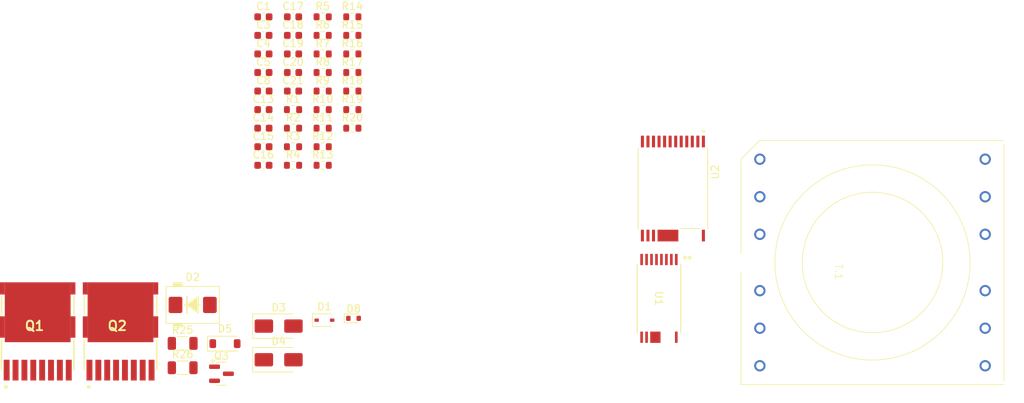
<source format=kicad_pcb>
(kicad_pcb (version 20240108) (generator "pcbnew") (generator_version "8.0")
  (layers (0 "F.Cu" signal) (31 "B.Cu" signal) (34 "B.Paste" user) (35 "F.Paste" user) (36 "B.SilkS" user "B.Silkscreen") (37 "F.SilkS" user "F.Silkscreen") (38 "B.Mask" user) (39 "F.Mask" user) (44 "Edge.Cuts" user))
  (net 0 "")
  (net 1 "Net-(C1-Pad1)")
  (net 2 "HV_DC+")
  (net 3 "Net-(C3-Pad2)")
  (net 4 "HV_GND")
  (net 5 "Net-(U1-D)")
  (net 6 "Net-(Q2-D)")
  (net 7 "Net-(D1-K)")
  (net 8 "GND")
  (net 9 "VBUS_IN")
  (net 10 "Net-(D4-K)")
  (net 11 "Net-(C18-Pad2)")
  (net 12 "Net-(C19-Pad2)")
  (net 13 "Net-(D5-A)")
  (net 14 "Net-(C21-Pad1)")
  (net 15 "Net-(D1-A)")
  (net 16 "Net-(D2-K)")
  (net 17 "Net-(D2-A)")
  (net 18 "Net-(D3-K)")
  (net 19 "Net-(D3-A)")
  (net 20 "Net-(D4-A)")
  (net 21 "Net-(D5-K)")
  (net 22 "Net-(D8-K)")
  (net 23 "Net-(Q1-G)")
  (net 24 "Net-(Q3-B)")
  (net 25 "Net-(Q3-E)")
  (net 26 "Net-(R2-Pad2)")
  (net 27 "Net-(U1-VTOP)")
  (net 28 "Net-(R12-Pad2)")
  (net 29 "Net-(R13-+)")
  (net 30 "Net-(R14-Pad2)")
  (net 31 "Net-(R17-Pad2)")
  (net 32 "CC1")
  (net 33 "Net-(R18-Pad2)")
  (net 34 "CC2")
  (net 35 "VBUS_GND")
  (net 36 "Net-(U1-VBOT)")
  (net 37 "Net-(T.1-Pad2)")
  (net 38 "Net-(U1-L)")
  (footprint "Diode_SMD:D_SOD-123" (layer "F.Cu") (at 80.4125 94.475)
    (property "Reference" "D5" (at 0 -2 0) (layer "F.SilkS"))
    (property "Value" "MMSZ5263")
    (fp_line (start -2.36 -1) (end -2.36 1) (stroke (width 0.12)) (layer "F.SilkS"))
    (fp_line (start -2.36 -1) (end 1.65 -1) (stroke (width 0.12)) (layer "F.SilkS"))
    (fp_line (start -2.36 1) (end 1.65 1) (stroke (width 0.12)) (layer "F.SilkS"))
    (pad "1" smd roundrect (at -1.65 0) (size 0.9 1.2) (layers "F.Cu" "F.Paste" "F.Mask") (net 21 "Net-(D5-K)"))
    (pad "2" smd roundrect (at 1.65 0) (size 0.9 1.2) (layers "F.Cu" "F.Paste" "F.Mask") (net 13 "Net-(D5-A)"))
  )
  (footprint "Resistor_SMD:R_0603_1608Metric" (layer "F.Cu") (at 97.6375 50.275)
    (property "Reference" "R14" (at 0 -1.43 0) (layer "F.SilkS"))
    (property "Value" "0R")
    (fp_line (start -0.237258 -0.5225) (end 0.237258 -0.5225) (stroke (width 0.12)) (layer "F.SilkS"))
    (fp_line (start -0.237258 0.5225) (end 0.237258 0.5225) (stroke (width 0.12)) (layer "F.SilkS"))
    (pad "1" smd roundrect (at -0.825 0) (size 0.8 0.95) (layers "F.Cu" "F.Paste" "F.Mask") (net 29 "Net-(R13-+)"))
    (pad "2" smd roundrect (at 0.825 0) (size 0.8 0.95) (layers "F.Cu" "F.Paste" "F.Mask") (net 30 "Net-(R14-Pad2)"))
  )
  (footprint "Resistor_SMD:R_0603_1608Metric" (layer "F.Cu") (at 93.6275 70.355)
    (property "Reference" "R13" (at 0 -1.43 0) (layer "F.SilkS"))
    (property "Value" "NCU18WF104F60RB")
    (fp_line (start -0.237258 -0.5225) (end 0.237258 -0.5225) (stroke (width 0.12)) (layer "F.SilkS"))
    (fp_line (start -0.237258 0.5225) (end 0.237258 0.5225) (stroke (width 0.12)) (layer "F.SilkS"))
    (pad "1" smd roundrect (at -0.825 0) (size 0.8 0.95) (layers "F.Cu" "F.Paste" "F.Mask") (net 29 "Net-(R13-+)"))
    (pad "2" smd roundrect (at 0.825 0) (size 0.8 0.95) (layers "F.Cu" "F.Paste" "F.Mask") (net 8 "GND"))
  )
  (footprint "Capacitor_SMD:C_0603_1608Metric" (layer "F.Cu") (at 85.6075 62.825)
    (property "Reference" "C13" (at 0 -1.43 0) (layer "F.SilkS"))
    (property "Value" "330uF")
    (fp_line (start -0.14058 -0.51) (end 0.14058 -0.51) (stroke (width 0.12)) (layer "F.SilkS"))
    (fp_line (start -0.14058 0.51) (end 0.14058 0.51) (stroke (width 0.12)) (layer "F.SilkS"))
    (pad "1" smd roundrect (at -0.775 0) (size 0.9 0.95) (layers "F.Cu" "F.Paste" "F.Mask") (net 6 "Net-(Q2-D)"))
    (pad "2" smd roundrect (at 0.775 0) (size 0.9 0.95) (layers "F.Cu" "F.Paste" "F.Mask") (net 8 "GND"))
  )
  (footprint "Capacitor_SMD:C_0603_1608Metric" (layer "F.Cu") (at 89.6175 60.315)
    (property "Reference" "C21" (at 0 -1.43 0) (layer "F.SilkS"))
    (property "Value" "4.7uF")
    (fp_line (start -0.14058 -0.51) (end 0.14058 -0.51) (stroke (width 0.12)) (layer "F.SilkS"))
    (fp_line (start -0.14058 0.51) (end 0.14058 0.51) (stroke (width 0.12)) (layer "F.SilkS"))
    (pad "1" smd roundrect (at -0.775 0) (size 0.9 0.95) (layers "F.Cu" "F.Paste" "F.Mask") (net 14 "Net-(C21-Pad1)"))
    (pad "2" smd roundrect (at 0.775 0) (size 0.9 0.95) (layers "F.Cu" "F.Paste" "F.Mask") (net 8 "GND"))
  )
  (footprint "emc_flyback_pcb:MINSOP-16A_PWI" (layer "F.Cu") (at 139.112769 88.353923 -90)
    (property "Reference" "U1" (at 0 0 -90) (layer "F.SilkS"))
    (property "Value" "MIN1072M-TL")
    (fp_line (start -4.6228 2.9337) (end 4.6228 2.9337) (stroke (width 0.1524)) (layer "F.SilkS"))
    (fp_line (start 4.6228 -2.9337) (end -4.6228 -2.9337) (stroke (width 0.1524)) (layer "F.SilkS"))
    (fp_text user "*" (at -5.5118 -3.843599 90) (layer "F.SilkS"))
    (fp_text user "*" (at -5.5118 -3.843599 -90) (layer "F.SilkS"))
    (pad "1" smd rect (at -5.2578 -2.344999 270) (size 1.524 0.3556) (layers "F.Cu" "F.Paste" "F.Mask") (net 36 "Net-(U1-VBOT)"))
    (pad "2" smd rect (at -5.2578 -1.674998 270) (size 1.524 0.3556) (layers "F.Cu" "F.Paste" "F.Mask"))
    (pad "3" smd rect (at -5.2578 -1.004999 270) (size 1.524 0.3556) (layers "F.Cu" "F.Paste" "F.Mask") (net 4 "HV_GND"))
    (pad "4" smd rect (at -5.2578 -0.334998 270) (size 1.524 0.3556) (layers "F.Cu" "F.Paste" "F.Mask") (net 13 "Net-(D5-A)"))
    (pad "5" smd rect (at -5.2578 0.335001 270) (size 1.524 0.3556) (layers "F.Cu" "F.Paste" "F.Mask") (net 38 "Net-(U1-L)"))
    (pad "6" smd rect (at -5.2578 1.005002 270) (size 1.524 0.3556) (layers "F.Cu" "F.Paste" "F.Mask") (net 4 "HV_GND"))
    (pad "7" smd rect (at -5.2578 1.675 270) (size 1.524 0.3556) (layers "F.Cu" "F.Paste" "F.Mask"))
    (pad "8" smd rect (at -5.2578 2.345002 270) (size 1.524 0.3556) (layers "F.Cu" "F.Paste" "F.Mask") (net 27 "Net-(U1-VTOP)"))
    (pad "9" smd rect (at 5.2578 2.344999 270) (size 1.524 0.3556) (layers "F.Cu" "F.Paste" "F.Mask") (net 4 "HV_GND"))
    (pad "10" smd rect (at 5.2578 1.674998 270) (size 1.524 0.3556) (layers "F.Cu" "F.Paste" "F.Mask") (net 4 "HV_GND"))
    (pad "11" smd rect (at 5.2578 0.484099 270) (size 1.524 1.397) (layers "F.Cu" "F.Paste" "F.Mask") (net 4 "HV_GND"))
    (pad "16" smd rect (at 5.2578 -2.345002 270) (size 1.524 0.3556) (layers "F.Cu" "F.Paste" "F.Mask") (net 5 "Net-(U1-D)"))
  )
  (footprint "Capacitor_SMD:C_0603_1608Metric" (layer "F.Cu") (at 89.6175 57.805)
    (property "Reference" "C20" (at 0 -1.43 0) (layer "F.SilkS"))
    (property "Value" "4.7uF")
    (fp_line (start -0.14058 -0.51) (end 0.14058 -0.51) (stroke (width 0.12)) (layer "F.SilkS"))
    (fp_line (start -0.14058 0.51) (end 0.14058 0.51) (stroke (width 0.12)) (layer "F.SilkS"))
    (pad "1" smd roundrect (at -0.775 0) (size 0.9 0.95) (layers "F.Cu" "F.Paste" "F.Mask") (net 13 "Net-(D5-A)"))
    (pad "2" smd roundrect (at 0.775 0) (size 0.9 0.95) (layers "F.Cu" "F.Paste" "F.Mask") (net 4 "HV_GND"))
  )
  (footprint "Resistor_SMD:R_0603_1608Metric" (layer "F.Cu") (at 93.6275 60.315)
    (property "Reference" "R9" (at 0 -1.43 0) (layer "F.SilkS"))
    (property "Value" "100R")
    (fp_line (start -0.237258 -0.5225) (end 0.237258 -0.5225) (stroke (width 0.12)) (layer "F.SilkS"))
    (fp_line (start -0.237258 0.5225) (end 0.237258 0.5225) (stroke (width 0.12)) (layer "F.SilkS"))
    (pad "1" smd roundrect (at -0.825 0) (size 0.8 0.95) (layers "F.Cu" "F.Paste" "F.Mask") (net 1 "Net-(C1-Pad1)"))
    (pad "2" smd roundrect (at 0.825 0) (size 0.8 0.95) (layers "F.Cu" "F.Paste" "F.Mask") (net 19 "Net-(D3-A)"))
  )
  (footprint "Resistor_SMD:R_0603_1608Metric" (layer "F.Cu") (at 93.6275 52.785)
    (property "Reference" "R6" (at 0 -1.43 0) (layer "F.SilkS"))
    (property "Value" "1.8M")
    (fp_line (start -0.237258 -0.5225) (end 0.237258 -0.5225) (stroke (width 0.12)) (layer "F.SilkS"))
    (fp_line (start -0.237258 0.5225) (end 0.237258 0.5225) (stroke (width 0.12)) (layer "F.SilkS"))
    (pad "1" smd roundrect (at -0.825 0) (size 0.8 0.95) (layers "F.Cu" "F.Paste" "F.Mask") (net 26 "Net-(R2-Pad2)"))
    (pad "2" smd roundrect (at 0.825 0) (size 0.8 0.95) (layers "F.Cu" "F.Paste" "F.Mask") (net 27 "Net-(U1-VTOP)"))
  )
  (footprint "Resistor_SMD:R_0603_1608Metric" (layer "F.Cu") (at 93.6275 62.825)
    (property "Reference" "R10" (at 0 -1.43 0) (layer "F.SilkS"))
    (property "Value" "100K")
    (fp_line (start -0.237258 -0.5225) (end 0.237258 -0.5225) (stroke (width 0.12)) (layer "F.SilkS"))
    (fp_line (start -0.237258 0.5225) (end 0.237258 0.5225) (stroke (width 0.12)) (layer "F.SilkS"))
    (pad "1" smd roundrect (at -0.825 0) (size 0.8 0.95) (layers "F.Cu" "F.Paste" "F.Mask") (net 24 "Net-(Q3-B)"))
    (pad "2" smd roundrect (at 0.825 0) (size 0.8 0.95) (layers "F.Cu" "F.Paste" "F.Mask") (net 10 "Net-(D4-K)"))
  )
  (footprint "Diode_SMD:D_SMA" (layer "F.Cu") (at 87.6725 92.105)
    (property "Reference" "D3" (at 0 -2.5 0) (layer "F.SilkS"))
    (property "Value" "S1G-E3/61T")
    (fp_line (start -3.51 -1.65) (end -3.51 1.65) (stroke (width 0.12)) (layer "F.SilkS"))
    (fp_line (start -3.51 -1.65) (end 2 -1.65) (stroke (width 0.12)) (layer "F.SilkS"))
    (fp_line (start -3.51 1.65) (end 2 1.65) (stroke (width 0.12)) (layer "F.SilkS"))
    (pad "1" smd roundrect (at -2 0) (size 2.5 1.8) (layers "F.Cu" "F.Paste" "F.Mask") (roundrect_rratio 0.1388888889) (net 18 "Net-(D3-K)"))
    (pad "2" smd roundrect (at 2 0) (size 2.5 1.8) (layers "F.Cu" "F.Paste" "F.Mask") (roundrect_rratio 0.1388888889) (net 19 "Net-(D3-A)"))
  )
  (footprint "Capacitor_SMD:C_0603_1608Metric" (layer "F.Cu") (at 89.6175 50.275)
    (property "Reference" "C17" (at 0 -1.43 0) (layer "F.SilkS"))
    (property "Value" "22uF")
    (fp_line (start -0.14058 -0.51) (end 0.14058 -0.51) (stroke (width 0.12)) (layer "F.SilkS"))
    (fp_line (start -0.14058 0.51) (end 0.14058 0.51) (stroke (width 0.12)) (layer "F.SilkS"))
    (pad "1" smd roundrect (at -0.775 0) (size 0.9 0.95) (layers "F.Cu" "F.Paste" "F.Mask") (net 10 "Net-(D4-K)"))
    (pad "2" smd roundrect (at 0.775 0) (size 0.9 0.95) (layers "F.Cu" "F.Paste" "F.Mask") (net 4 "HV_GND"))
  )
  (footprint "Resistor_SMD:R_0603_1608Metric" (layer "F.Cu") (at 89.6175 67.845)
    (property "Reference" "R3" (at 0 -1.43 0) (layer "F.SilkS"))
    (property "Value" "680K")
    (fp_line (start -0.237258 -0.5225) (end 0.237258 -0.5225) (stroke (width 0.12)) (layer "F.SilkS"))
    (fp_line (start -0.237258 0.5225) (end 0.237258 0.5225) (stroke (width 0.12)) (layer "F.SilkS"))
    (pad "1" smd roundrect (at -0.825 0) (size 0.8 0.95) (layers "F.Cu" "F.Paste" "F.Mask") (net 2 "HV_DC+"))
    (pad "2" smd roundrect (at 0.825 0) (size 0.8 0.95) (layers "F.Cu" "F.Paste" "F.Mask") (net 17 "Net-(D2-A)"))
  )
  (footprint "Resistor_SMD:R_0603_1608Metric" (layer "F.Cu") (at 89.6175 70.355)
    (property "Reference" "R4" (at 0 -1.43 0) (layer "F.SilkS"))
    (property "Value" "680K")
    (fp_line (start -0.237258 -0.5225) (end 0.237258 -0.5225) (stroke (width 0.12)) (layer "F.SilkS"))
    (fp_line (start -0.237258 0.5225) (end 0.237258 0.5225) (stroke (width 0.12)) (layer "F.SilkS"))
    (pad "1" smd roundrect (at -0.825 0) (size 0.8 0.95) (layers "F.Cu" "F.Paste" "F.Mask") (net 2 "HV_DC+"))
    (pad "2" smd roundrect (at 0.825 0) (size 0.8 0.95) (layers "F.Cu" "F.Paste" "F.Mask") (net 17 "Net-(D2-A)"))
  )
  (footprint "Resistor_SMD:R_0603_1608Metric" (layer "F.Cu") (at 93.6275 50.275)
    (property "Reference" "R5" (at 0 -1.43 0) (layer "F.SilkS"))
    (property "Value" "20R")
    (fp_line (start -0.237258 -0.5225) (end 0.237258 -0.5225) (stroke (width 0.12)) (layer "F.SilkS"))
    (fp_line (start -0.237258 0.5225) (end 0.237258 0.5225) (stroke (width 0.12)) (layer "F.SilkS"))
    (pad "1" smd roundrect (at -0.825 0) (size 0.8 0.95) (layers "F.Cu" "F.Paste" "F.Mask") (net 15 "Net-(D1-A)"))
    (pad "2" smd roundrect (at 0.825 0) (size 0.8 0.95) (layers "F.Cu" "F.Paste" "F.Mask") (net 15 "Net-(D1-A)"))
  )
  (footprint "Resistor_SMD:R_0603_1608Metric" (layer "F.Cu") (at 89.6175 65.335)
    (property "Reference" "R2" (at 0 -1.43 0) (layer "F.SilkS"))
    (property "Value" "2M")
    (fp_line (start -0.237258 -0.5225) (end 0.237258 -0.5225) (stroke (width 0.12)) (layer "F.SilkS"))
    (fp_line (start -0.237258 0.5225) (end 0.237258 0.5225) (stroke (width 0.12)) (layer "F.SilkS"))
    (pad "1" smd roundrect (at -0.825 0) (size 0.8 0.95) (layers "F.Cu" "F.Paste" "F.Mask") (net 2 "HV_DC+"))
    (pad "2" smd roundrect (at 0.825 0) (size 0.8 0.95) (layers "F.Cu" "F.Paste" "F.Mask") (net 26 "Net-(R2-Pad2)"))
  )
  (footprint "Resistor_SMD:R_0603_1608Metric" (layer "F.Cu") (at 97.6375 65.335)
    (property "Reference" "R20" (at 0 -1.43 0) (layer "F.SilkS"))
    (property "Value" "9mR")
    (fp_line (start -0.237258 -0.5225) (end 0.237258 -0.5225) (stroke (width 0.12)) (layer "F.SilkS"))
    (fp_line (start -0.237258 0.5225) (end 0.237258 0.5225) (stroke (width 0.12)) (layer "F.SilkS"))
    (pad "1" smd roundrect (at -0.825 0) (size 0.8 0.95) (layers "F.Cu" "F.Paste" "F.Mask") (net 35 "VBUS_GND"))
    (pad "2" smd roundrect (at 0.825 0) (size 0.8 0.95) (layers "F.Cu" "F.Paste" "F.Mask") (net 8 "GND"))
  )
  (footprint "Diode_SMD:D_SMA" (layer "F.Cu") (at 87.6725 96.655)
    (property "Reference" "D4" (at 0 -2.5 0) (layer "F.SilkS"))
    (property "Value" "S1G-E3/61T")
    (fp_line (start -3.51 -1.65) (end -3.51 1.65) (stroke (width 0.12)) (layer "F.SilkS"))
    (fp_line (start -3.51 -1.65) (end 2 -1.65) (stroke (width 0.12)) (layer "F.SilkS"))
    (fp_line (start -3.51 1.65) (end 2 1.65) (stroke (width 0.12)) (layer "F.SilkS"))
    (pad "1" smd roundrect (at -2 0) (size 2.5 1.8) (layers "F.Cu" "F.Paste" "F.Mask") (roundrect_rratio 0.1388888889) (net 10 "Net-(D4-K)"))
    (pad "2" smd roundrect (at 2 0) (size 2.5 1.8) (layers "F.Cu" "F.Paste" "F.Mask") (roundrect_rratio 0.1388888889) (net 20 "Net-(D4-A)"))
  )
  (footprint "emc_flyback_pcb:H-PSOF8L-11.68X9.80_1" (layer "F.Cu") (at 66.2825 92.82)
    (property "Reference" "Q2" (at -0.437 -0.744 0) (layer "F.SilkS") (effects (font (size 1.27 1.27) (thickness 0.254))))
    (property "Value" "~" (hide yes))
    (fp_line (start -4.9 -4.7) (end -4.9 -2.35) (stroke (width 0.2)) (layer "F.SilkS"))
    (fp_line (start -4.9 5.19) (end -4.9 1.143) (stroke (width 0.2)) (layer "F.SilkS"))
    (fp_line (start 4.9 -4.7) (end 4.9 -2.35) (stroke (width 0.2)) (layer "F.SilkS"))
    (fp_line (start 4.9 5.19) (end 4.9 1.143) (stroke (width 0.2)) (layer "F.SilkS"))
    (fp_circle (center -4.29 7.509) (end -4.29 7.563) (stroke (width 0.2)) (fill none) (layer "F.SilkS"))
    (pad "1" smd rect (at -4.2 5.24) (size 0.8 2.8) (layers "F.Cu" "F.Paste" "F.Mask") (net 18 "Net-(D3-K)"))
    (pad "2" smd rect (at -3 5.24) (size 0.8 2.8) (layers "F.Cu" "F.Paste" "F.Mask") (net 1 "Net-(C1-Pad1)"))
    (pad "3" smd rect (at -1.8 5.24) (size 0.8 2.8) (layers "F.Cu" "F.Paste" "F.Mask") (net 1 "Net-(C1-Pad1)"))
    (pad "4" smd rect (at -0.6 5.24) (size 0.8 2.8) (layers "F.Cu" "F.Paste" "F.Mask") (net 1 "Net-(C1-Pad1)"))
    (pad "5" smd rect (at 0.6 5.24) (size 0.8 2.8) (layers "F.Cu" "F.Paste" "F.Mask") (net 1 "Net-(C1-Pad1)"))
    (pad "6" smd rect (at 1.8 5.24) (size 0.8 2.8) (layers "F.Cu" "F.Paste" "F.Mask") (net 1 "Net-(C1-Pad1)"))
    (pad "7" smd rect (at 3 5.24) (size 0.8 2.8) (layers "F.Cu" "F.Paste" "F.Mask") (net 1 "Net-(C1-Pad1)"))
    (pad "8" smd rect (at 4.2 5.24) (size 0.8 2.8) (layers "F.Cu" "F.Paste" "F.Mask") (net 1 "Net-(C1-Pad1)"))
    (pad "9" smd rect (at 0 -2.59 90) (size 8.1 8.9) (layers "F.Cu" "F.Paste" "F.Mask") (net 6 "Net-(Q2-D)"))
    (pad "10" smd rect (at -4.775 -5.815) (size 0.65 1.65) (layers "F.Cu" "F.Paste" "F.Mask"))
    (pad "11" smd rect (at 4.775 -5.815) (size 0.65 1.65) (layers "F.Cu" "F.Paste" "F.Mask"))
    (pad "12" smd rect (at -4.775 -0.59) (size 0.65 2.9) (layers "F.Cu" "F.Paste" "F.Mask"))
    (pad "13" smd rect (at 4.775 -0.59) (size 0.65 2.9) (layers "F.Cu" "F.Paste" "F.Mask"))
  )
  (footprint "Resistor_SMD:R_0603_1608Metric" (layer "F.Cu") (at 93.6275 65.335)
    (property "Reference" "R11" (at 0 -1.43 0) (layer "F.SilkS"))
    (property "Value" "47R")
    (fp_line (start -0.237258 -0.5225) (end 0.237258 -0.5225) (stroke (width 0.12)) (layer "F.SilkS"))
    (fp_line (start -0.237258 0.5225) (end 0.237258 0.5225) (stroke (width 0.12)) (layer "F.SilkS"))
    (pad "1" smd roundrect (at -0.825 0) (size 0.8 0.95) (layers "F.Cu" "F.Paste" "F.Mask") (net 21 "Net-(D5-K)"))
    (pad "2" smd roundrect (at 0.825 0) (size 0.8 0.95) (layers "F.Cu" "F.Paste" "F.Mask") (net 10 "Net-(D4-K)"))
  )
  (footprint "Resistor_SMD:R_1206_3216Metric" (layer "F.Cu") (at 74.6875 94.445)
    (property "Reference" "R25" (at 0 -1.82 0) (layer "F.SilkS"))
    (property "Value" "ERJ-8GEYJ395V")
    (fp_line (start -0.727064 -0.91) (end 0.727064 -0.91) (stroke (width 0.12)) (layer "F.SilkS"))
    (fp_line (start -0.727064 0.91) (end 0.727064 0.91) (stroke (width 0.12)) (layer "F.SilkS"))
    (pad "1" smd roundrect (at -1.4625 0) (size 1.125 1.75) (layers "F.Cu" "F.Paste" "F.Mask") (roundrect_rratio 0.222222) (net 5 "Net-(U1-D)"))
    (pad "2" smd roundrect (at 1.4625 0) (size 1.125 1.75) (layers "F.Cu" "F.Paste" "F.Mask") (roundrect_rratio 0.222222) (net 2 "HV_DC+"))
  )
  (footprint "Capacitor_SMD:C_0603_1608Metric" (layer "F.Cu") (at 85.6075 60.315)
    (property "Reference" "C8" (at 0 -1.43 0) (layer "F.SilkS"))
    (property "Value" "1nF")
    (fp_line (start -0.14058 -0.51) (end 0.14058 -0.51) (stroke (width 0.12)) (layer "F.SilkS"))
    (fp_line (start -0.14058 0.51) (end 0.14058 0.51) (stroke (width 0.12)) (layer "F.SilkS"))
    (pad "1" smd roundrect (at -0.775 0) (size 0.9 0.95) (layers "F.Cu" "F.Paste" "F.Mask") (net 7 "Net-(D1-K)"))
    (pad "2" smd roundrect (at 0.775 0) (size 0.9 0.95) (layers "F.Cu" "F.Paste" "F.Mask") (net 6 "Net-(Q2-D)"))
  )
  (footprint "Resistor_SMD:R_0603_1608Metric" (layer "F.Cu") (at 93.6275 57.805)
    (property "Reference" "R8" (at 0 -1.43 0) (layer "F.SilkS"))
    (property "Value" "20R")
    (fp_line (start -0.237258 -0.5225) (end 0.237258 -0.5225) (stroke (width 0.12)) (layer "F.SilkS"))
    (fp_line (start -0.237258 0.5225) (end 0.237258 0.5225) (stroke (width 0.12)) (layer "F.SilkS"))
    (pad "1" smd roundrect (at -0.825 0) (size 0.8 0.95) (layers "F.Cu" "F.Paste" "F.Mask") (net 16 "Net-(D2-K)"))
    (pad "2" smd roundrect (at 0.825 0) (size 0.8 0.95) (layers "F.Cu" "F.Paste" "F.Mask") (net 3 "Net-(C3-Pad2)"))
  )
  (footprint "Capacitor_SMD:C_0603_1608Metric" (layer "F.Cu") (at 89.6175 55.295)
    (property "Reference" "C19" (at 0 -1.43 0) (layer "F.SilkS"))
    (property "Value" "2.2nF")
    (fp_line (start -0.14058 -0.51) (end 0.14058 -0.51) (stroke (width 0.12)) (layer "F.SilkS"))
    (fp_line (start -0.14058 0.51) (end 0.14058 0.51) (stroke (width 0.12)) (layer "F.SilkS"))
    (pad "1" smd roundrect (at -0.775 0) (size 0.9 0.95) (layers "F.Cu" "F.Paste" "F.Mask") (net 8 "GND"))
    (pad "2" smd roundrect (at 0.775 0) (size 0.9 0.95) (layers "F.Cu" "F.Paste" "F.Mask") (net 12 "Net-(C19-Pad2)"))
  )
  (footprint "Resistor_SMD:R_0603_1608Metric" (layer "F.Cu") (at 97.6375 52.785)
    (property "Reference" "R15" (at 0 -1.43 0) (layer "F.SilkS"))
    (property "Value" "3.65K")
    (fp_line (start -0.237258 -0.5225) (end 0.237258 -0.5225) (stroke (width 0.12)) (layer "F.SilkS"))
    (fp_line (start -0.237258 0.5225) (end 0.237258 0.5225) (stroke (width 0.12)) (layer "F.SilkS"))
    (pad "1" smd roundrect (at -0.825 0) (size 0.8 0.95) (layers "F.Cu" "F.Paste" "F.Mask") (net 13 "Net-(D5-A)"))
    (pad "2" smd roundrect (at 0.825 0) (size 0.8 0.95) (layers "F.Cu" "F.Paste" "F.Mask") (net 25 "Net-(Q3-E)"))
  )
  (footprint "Resistor_SMD:R_0603_1608Metric" (layer "F.Cu") (at 97.6375 57.805)
    (property "Reference" "R17" (at 0 -1.43 0) (layer "F.SilkS"))
    (property "Value" "22R")
    (fp_line (start -0.237258 -0.5225) (end 0.237258 -0.5225) (stroke (width 0.12)) (layer "F.SilkS"))
    (fp_line (start -0.237258 0.5225) (end 0.237258 0.5225) (stroke (width 0.12)) (layer "F.SilkS"))
    (pad "1" smd roundrect (at -0.825 0) (size 0.8 0.95) (layers "F.Cu" "F.Paste" "F.Mask") (net 32 "CC1"))
    (pad "2" smd roundrect (at 0.825 0) (size 0.8 0.95) (layers "F.Cu" "F.Paste" "F.Mask") (net 31 "Net-(R17-Pad2)"))
  )
  (footprint "Resistor_SMD:R_0603_1608Metric" (layer "F.Cu") (at 93.6275 55.295)
    (property "Reference" "R7" (at 0 -1.43 0) (layer "F.SilkS"))
    (property "Value" "20R")
    (fp_line (start -0.237258 -0.5225) (end 0.237258 -0.5225) (stroke (width 0.12)) (layer "F.SilkS"))
    (fp_line (start -0.237258 0.5225) (end 0.237258 0.5225) (stroke (width 0.12)) (layer "F.SilkS"))
    (pad "1" smd roundrect (at -0.825 0) (size 0.8 0.95) (layers "F.Cu" "F.Paste" "F.Mask") (net 16 "Net-(D2-K)"))
    (pad "2" smd roundrect (at 0.825 0) (size 0.8 0.95) (layers "F.Cu" "F.Paste" "F.Mask") (net 3 "Net-(C3-Pad2)"))
  )
  (footprint "Resistor_SMD:R_0603_1608Metric" (layer "F.Cu") (at 97.6375 62.825)
    (property "Reference" "R19" (at 0 -1.43 0) (layer "F.SilkS"))
    (property "Value" "10R")
    (fp_line (start -0.237258 -0.5225) (end 0.237258 -0.5225) (stroke (width 0.12)) (layer "F.SilkS"))
    (fp_line (start -0.237258 0.5225) (end 0.237258 0.5225) (stroke (width 0.12)) (layer "F.SilkS"))
    (pad "1" smd roundrect (at -0.825 0) (size 0.8 0.95) (layers "F.Cu" "F.Paste" "F.Mask") (net 35 "VBUS_GND"))
    (pad "2" smd roundrect (at 0.825 0) (size 0.8 0.95) (layers "F.Cu" "F.Paste" "F.Mask") (net 14 "Net-(C21-Pad1)"))
  )
  (footprint "Resistor_SMD:R_0603_1608Metric" (layer "F.Cu") (at 93.6275 67.845)
    (property "Reference" "R12" (at 0 -1.43 0) (layer "F.SilkS"))
    (property "Value" "47R")
    (fp_line (start -0.237258 -0.5225) (end 0.237258 -0.5225) (stroke (width 0.12)) (layer "F.SilkS"))
    (fp_line (start -0.237258 0.5225) (end 0.237258 0.5225) (stroke (width 0.12)) (layer "F.SilkS"))
    (pad "1" smd roundrect (at -0.825 0) (size 0.8 0.95) (layers "F.Cu" "F.Paste" "F.Mask") (net 15 "Net-(D1-A)"))
    (pad "2" smd roundrect (at 0.825 0) (size 0.8 0.95) (layers "F.Cu" "F.Paste" "F.Mask") (net 28 "Net-(R12-Pad2)"))
  )
  (footprint "Capacitor_SMD:C_0603_1608Metric" (layer "F.Cu") (at 85.6075 50.275)
    (property "Reference" "C1" (at 0 -1.43 0) (layer "F.SilkS"))
    (property "Value" "470pF")
    (fp_line (start -0.14058 -0.51) (end 0.14058 -0.51) (stroke (width 0.12)) (layer "F.SilkS"))
    (fp_line (start -0.14058 0.51) (end 0.14058 0.51) (stroke (width 0.12)) (layer "F.SilkS"))
    (pad "1" smd roundrect (at -0.775 0) (size 0.9 0.95) (layers "F.Cu" "F.Paste" "F.Mask") (net 1 "Net-(C1-Pad1)"))
    (pad "2" smd roundrect (at 0.775 0) (size 0.9 0.95) (layers "F.Cu" "F.Paste" "F.Mask") (net 2 "HV_DC+"))
  )
  (footprint "emc_flyback_pcb:H-PSOF8L-11.68X9.80_1" (layer "F.Cu") (at 55.0825 92.82)
    (property "Reference" "Q1" (at -0.437 -0.744 0) (layer "F.SilkS") (effects (font (size 1.27 1.27) (thickness 0.254))))
    (property "Value" "~" (hide yes))
    (fp_line (start -4.9 -4.7) (end -4.9 -2.35) (stroke (width 0.2)) (layer "F.SilkS"))
    (fp_line (start -4.9 5.19) (end -4.9 1.143) (stroke (width 0.2)) (layer "F.SilkS"))
    (fp_line (start 4.9 -4.7) (end 4.9 -2.35) (stroke (width 0.2)) (layer "F.SilkS"))
    (fp_line (start 4.9 5.19) (end 4.9 1.143) (stroke (width 0.2)) (layer "F.SilkS"))
    (fp_circle (center -4.29 7.509) (end -4.29 7.563) (stroke (width 0.2)) (fill none) (layer "F.SilkS"))
    (pad "1" smd rect (at -4.2 5.24) (size 0.8 2.8) (layers "F.Cu" "F.Paste" "F.Mask") (net 23 "Net-(Q1-G)"))
    (pad "2" smd rect (at -3 5.24) (size 0.8 2.8) (layers "F.Cu" "F.Paste" "F.Mask") (net 8 "GND"))
    (pad "3" smd rect (at -1.8 5.24) (size 0.8 2.8) (layers "F.Cu" "F.Paste" "F.Mask") (net 8 "GND"))
    (pad "4" smd rect (at -0.6 5.24) (size 0.8 2.8) (layers "F.Cu" "F.Paste" "F.Mask") (net 8 "GND"))
    (pad "5" smd rect (at 0.6 5.24) (size 0.8 2.8) (layers "F.Cu" "F.Paste" "F.Mask") (net 8 "GND"))
    (pad "6" smd rect (at 1.8 5.24) (size 0.8 2.8) (layers "F.Cu" "F.Paste" "F.Mask") (net 8 "GND"))
    (pad "7" smd rect (at 3 5.24) (size 0.8 2.8) (layers "F.Cu" "F.Paste" "F.Mask") (net 8 "GND"))
    (pad "8" smd rect (at 4.2 5.24) (size 0.8 2.8) (layers "F.Cu" "F.Paste" "F.Mask") (net 8 "GND"))
    (pad "9" smd rect (at 0 -2.59 90) (size 8.1 8.9) (layers "F.Cu" "F.Paste" "F.Mask") (net 15 "Net-(D1-A)"))
    (pad "10" smd rect (at -4.775 -5.815) (size 0.65 1.65) (layers "F.Cu" "F.Paste" "F.Mask"))
    (pad "11" smd rect (at 4.775 -5.815) (size 0.65 1.65) (layers "F.Cu" "F.Paste" "F.Mask"))
    (pad "12" smd rect (at -4.775 -0.59) (size 0.65 2.9) (layers "F.Cu" "F.Paste" "F.Mask"))
    (pad "13" smd rect (at 4.775 -0.59) (size 0.65 2.9) (layers "F.Cu" "F.Paste" "F.Mask"))
  )
  (footprint "PCM_Diode_SMD_Handsoldering_AKL:D_SMBFL" (layer "F.Cu") (at 76.0425 89.24)
    (property "Reference" "D2" (at 0 -3.75 0) (layer "F.SilkS"))
    (property "Value" "S3MB-13-F" (hide yes))
    (fp_line (start -3.6 -2.5) (end -3.6 2.5) (stroke (width 0.12)) (layer "F.SilkS"))
    (fp_line (start -3.6 2.5) (end 3.6 2.5) (stroke (width 0.12)) (layer "F.SilkS"))
    (fp_line (start -0.762 -1.143) (end -0.762 1.143) (stroke (width 0.2)) (layer "F.SilkS"))
    (fp_line (start -0.762 0) (end -1.143 0) (stroke (width 0.12)) (layer "F.SilkS"))
    (fp_line (start 0.762 0) (end 1.143 0) (stroke (width 0.12)) (layer "F.SilkS"))
    (fp_line (start 3.6 -2.5) (end -3.6 -2.5) (stroke (width 0.12)) (layer "F.SilkS"))
    (fp_line (start 3.6 2.5) (end 3.6 -2.5) (stroke (width 0.12)) (layer "F.SilkS"))
    (fp_rect (start -2.6 -2.5) (end -1.4 -3) (stroke (width 0.12)) (fill solid) (layer "F.SilkS"))
    (fp_rect (start -2.6 3) (end -1.4 2.5) (stroke (width 0.12)) (fill solid) (layer "F.SilkS"))
    (fp_poly (pts (xy 0.762 1.143) (xy -0.762 0) (xy 0.762 -1.143)) (stroke (width 0.1)) (fill solid) (layer "F.SilkS"))
    (pad "1" smd roundrect (at -2.325 0) (size 1.85 2.2) (layers "F.Cu" "F.Paste" "F.Mask") (roundrect_rratio 0.1351351351) (net 16 "Net-(D2-K)"))
    (pad "2" smd roundrect (at 2.325 0) (size 1.85 2.2) (layers "F.Cu" "F.Paste" "F.Mask") (roundrect_rratio 0.1351351351) (net 17 "Net-(D2-A)"))
  )
  (footprint "Diode_SMD:D_SOD-323" (layer "F.Cu") (at 93.8625 91.305)
    (property "Reference" "D1" (at 0 -1.85 0) (layer "F.SilkS"))
    (property "Value" "BAV19WS")
    (fp_line (start -1.61 -0.85) (end -1.61 0.85) (stroke (width 0.12)) (layer "F.SilkS"))
    (fp_line (start -1.61 -0.85) (end 1.05 -0.85) (stroke (width 0.12)) (layer "F.SilkS"))
    (fp_line (start -1.61 0.85) (end 1.05 0.85) (stroke (width 0.12)) (layer "F.SilkS"))
    (pad "1" smd roundrect (at -1.05 0) (size 0.6 0.45) (layers "F.Cu" "F.Paste" "F.Mask") (net 7 "Net-(D1-K)"))
    (pad "2" smd roundrect (at 1.05 0) (size 0.6 0.45) (layers "F.Cu" "F.Paste" "F.Mask") (net 15 "Net-(D1-A)"))
  )
  (footprint "emc_flyback_pcb:B65879A" (layer "F.Cu") (at 162.92 84.77 -90)
    (property "Reference" "T.1" (at 0 -0.5 -90) (layer "F.SilkS") (effects (font (thickness 0.1))))
    (property "Value" "~")
    (fp_line (start -15.24 12.7) (end -2.54 12.7) (stroke (width 0.1)) (layer "F.SilkS"))
    (fp_line (start 0 12.7) (end 15.24 12.7) (stroke (width 0.1)) (layer "F.SilkS"))
    (fp_line (start 15.24 12.7) (end 15.24 -22.86) (stroke (width 0.1)) (layer "F.SilkS"))
    (fp_line (start -17.78 10.16) (end -15.24 12.7) (stroke (width 0.1)) (layer "F.SilkS"))
    (fp_line (start -17.78 -22.86) (end -17.78 10.16) (stroke (width 0.1)) (layer "F.SilkS"))
    (fp_line (start 14.73 -22.86) (end -17.27 -22.86) (stroke (width 0.1)) (layer "F.SilkS"))
    (fp_circle (center -1.27 -5.08) (end 8.23 -5.08) (stroke (width 0.1)) (fill none) (layer "F.SilkS"))
    (fp_circle (center -1.27 -5.08) (end 11.93 -5.08) (stroke (width 0.1)) (fill none) (layer "F.SilkS"))
    (pad "1" thru_hole circle (at -15.24 10.16 270) (size 1.524 1.524) (drill 1) (layers "*.Cu" "*.Mask") (net 2 "HV_DC+"))
    (pad "2" thru_hole circle (at -10.16 10.16) (size 1.524 1.524) (drill 1) (layers "*.Cu" "*.Mask") (net 37 "Net-(T.1-Pad2)"))
    (pad "3" thru_hole circle (at -5.08 10.16 270) (size 1.524 1.524) (drill 1) (layers "*.Cu" "*.Mask") (net 17 "Net-(D2-A)"))
    (pad "4" thru_hole circle (at 2.54 10.16 270) (size 1.524 1.524) (drill 1) (layers "*.Cu" "*.Mask") (net 4 "HV_GND"))
    (pad "5" thru_hole circle (at 7.62 10.16 270) (size 1.524 1.524) (drill 1) (layers "*.Cu" "*.Mask") (net 20 "Net-(D4-A)"))
    (pad "6" thru_hole circle (at 12.7 10.16 270) (size 1.524 1.524) (drill 1) (layers "*.Cu" "*.Mask") (net 6 "Net-(Q2-D)"))
    (pad "7" thru_hole circle (at 12.7 -20.32 270) (size 1.524 1.524) (drill 1) (layers "*.Cu" "*.Mask") (net 15 "Net-(D1-A)"))
    (pad "8" thru_hole circle (at 7.62 -20.32 270) (size 1.524 1.524) (drill 1) (layers "*.Cu" "*.Mask"))
    (pad "9" thru_hole circle (at 2.54 -20.32 270) (size 1.524 1.524) (drill 1) (layers "*.Cu" "*.Mask"))
    (pad "10" thru_hole circle (at -5.08 -20.32 270) (size 1.524 1.524) (drill 1) (layers "*.Cu" "*.Mask"))
    (pad "11" thru_hole circle (at -10.16 -20.32 270) (size 1.524 1.524) (drill 1) (layers "*.Cu" "*.Mask"))
    (pad "12" thru_hole circle (at -15.24 -20.32 270) (size 1.524 1.524) (drill 1) (layers "*.Cu" "*.Mask"))
  )
  (footprint "Resistor_SMD:R_0603_1608Metric" (layer "F.Cu") (at 89.6175 62.825)
    (property "Reference" "R1" (at 0 -1.43 0) (layer "F.SilkS"))
    (property "Value" "20R")
    (fp_line (start -0.237258 -0.5225) (end 0.237258 -0.5225) (stroke (width 0.12)) (layer "F.SilkS"))
    (fp_line (start -0.237258 0.5225) (end 0.237258 0.5225) (stroke (width 0.12)) (layer "F.SilkS"))
    (pad "1" smd roundrect (at -0.825 0) (size 0.8 0.95) (layers "F.Cu" "F.Paste" "F.Mask") (net 15 "Net-(D1-A)"))
    (pad "2" smd roundrect (at 0.825 0) (size 0.8 0.95) (layers "F.Cu" "F.Paste" "F.Mask") (net 15 "Net-(D1-A)"))
  )
  (footprint "Capacitor_SMD:C_0603_1608Metric" (layer "F.Cu") (at 85.6075 57.805)
    (property "Reference" "C5" (at 0 -1.43 0) (layer "F.SilkS"))
    (property "Value" "100uF")
    (fp_line (start -0.14058 -0.51) (end 0.14058 -0.51) (stroke (width 0.12)) (layer "F.SilkS"))
    (fp_line (start -0.14058 0.51) (end 0.14058 0.51) (stroke (width 0.12)) (layer "F.SilkS"))
    (pad "1" smd roundrect (at -0.775 0) (size 0.9 0.95) (layers "F.Cu" "F.Paste" "F.Mask") (net 2 "HV_DC+"))
    (pad "2" smd roundrect (at 0.775 0) (size 0.9 0.95) (layers "F.Cu" "F.Paste" "F.Mask") (net 5 "Net-(U1-D)"))
  )
  (footprint "Capacitor_SMD:C_0603_1608Metric" (layer "F.Cu") (at 85.6075 55.295)
    (property "Reference" "C4" (at 0 -1.43 0) (layer "F.SilkS"))
    (property "Value" "39uF")
    (fp_line (start -0.14058 -0.51) (end 0.14058 -0.51) (stroke (width 0.12)) (layer "F.SilkS"))
    (fp_line (start -0.14058 0.51) (end 0.14058 0.51) (stroke (width 0.12)) (layer "F.SilkS"))
    (pad "1" smd roundrect (at -0.775 0) (size 0.9 0.95) (layers "F.Cu" "F.Paste" "F.Mask") (net 2 "HV_DC+"))
    (pad "2" smd roundrect (at 0.775 0) (size 0.9 0.95) (layers "F.Cu" "F.Paste" "F.Mask") (net 4 "HV_GND"))
  )
  (footprint "Capacitor_SMD:C_0603_1608Metric" (layer "F.Cu") (at 85.6075 65.335)
    (property "Reference" "C14" (at 0 -1.43 0) (layer "F.SilkS"))
    (property "Value" "330uF")
    (fp_line (start -0.14058 -0.51) (end 0.14058 -0.51) (stroke (width 0.12)) (layer "F.SilkS"))
    (fp_line (start -0.14058 0.51) (end 0.14058 0.51) (stroke (width 0.12)) (layer "F.SilkS"))
    (pad "1" smd roundrect (at -0.775 0) (size 0.9 0.95) (layers "F.Cu" "F.Paste" "F.Mask") (net 6 "Net-(Q2-D)"))
    (pad "2" smd roundrect (at 0.775 0) (size 0.9 0.95) (layers "F.Cu" "F.Paste" "F.Mask") (net 8 "GND"))
  )
  (footprint "Capacitor_SMD:C_0603_1608Metric" (layer "F.Cu") (at 85.6075 52.785)
    (property "Reference" "C3" (at 0 -1.43 0) (layer "F.SilkS"))
    (property "Value" "2.2nF")
    (fp_line (start -0.14058 -0.51) (end 0.14058 -0.51) (stroke (width 0.12)) (layer "F.SilkS"))
    (fp_line (start -0.14058 0.51) (end 0.14058 0.51) (stroke (width 0.12)) (layer "F.SilkS"))
    (pad "1" smd roundrect (at -0.775 0) (size 0.9 0.95) (layers "F.Cu" "F.Paste" "F.Mask") (net 2 "HV_DC+"))
    (pad "2" smd roundrect (at 0.775 0) (size 0.9 0.95) (layers "F.Cu" "F.Paste" "F.Mask") (net 3 "Net-(C3-Pad2)"))
  )
  (footprint "Diode_SMD:D_SOD-523" (layer "F.Cu") (at 97.8025 91.055)
    (property "Reference" "D8" (at 0 -1.3 0) (layer "F.SilkS"))
    (property "Value" "BZT585-B10T")
    (fp_line (start -1.26 -0.6) (end -1.26 0.6) (stroke (width 0.12)) (layer "F.SilkS"))
    (fp_line (start 0.7 -0.6) (end -1.26 -0.6) (stroke (width 0.12)) (layer "F.SilkS"))
    (fp_line (start 0.7 0.6) (end -1.26 0.6) (stroke (width 0.12)) (layer "F.SilkS"))
    (pad "1" smd roundrect (at -0.7 0 180) (size 0.6 0.7) (layers "F.Cu" "F.Paste" "F.Mask") (net 22 "Net-(D8-K)"))
    (pad "2" smd roundrect (at 0.7 0 180) (size 0.6 0.7) (layers "F.Cu" "F.Paste" "F.Mask") (net 4 "HV_GND"))
  )
  (footprint "Capacitor_SMD:C_0603_1608Metric" (layer "F.Cu") (at 85.6075 70.355)
    (property "Reference" "C16" (at 0 -1.43 0) (layer "F.SilkS"))
    (property "Value" "2.2nF")
    (fp_line (start -0.14058 -0.51) (end 0.14058 -0.51) (stroke (width 0.12)) (layer "F.SilkS"))
    (fp_line (start -0.14058 0.51) (end 0.14058 0.51) (stroke (width 0.12)) (layer "F.SilkS"))
    (pad "1" smd roundrect (at -0.775 0) (size 0.9 0.95) (layers "F.Cu" "F.Paste" "F.Mask") (net 8 "GND"))
    (pad "2" smd roundrect (at 0.775 0) (size 0.9 0.95) (layers "F.Cu" "F.Paste" "F.Mask") (net 9 "VBUS_IN"))
  )
  (footprint "emc_flyback_pcb:IC_INN3865CH801TL" (layer "F.Cu") (at 141 73.5 -90)
    (property "Reference" "U2" (at -2.225 -5.715 90) (layer "F.SilkS"))
    (property "Value" "INN3865CH801TL")
    (fp_line (start -5.4 4.7) (end -5.4 4.65) (stroke (width 0.127)) (layer "F.SilkS"))
    (fp_line (start 5.4 4.7) (end -5.4 4.7) (stroke (width 0.127)) (layer "F.SilkS"))
    (fp_line (start 5.4 4.7) (end 5.4 4.65) (stroke (width 0.127)) (layer "F.SilkS"))
    (fp_line (start 5.4 -3.6) (end 5.4 -1.05) (stroke (width 0.127)) (layer "F.SilkS"))
    (fp_line (start -5.4 -4.65) (end -5.4 -4.7) (stroke (width 0.127)) (layer "F.SilkS"))
    (fp_line (start -5.4 -4.7) (end 5.4 -4.7) (stroke (width 0.127)) (layer "F.SilkS"))
    (fp_line (start 5.4 -4.7) (end 5.4 -4.65) (stroke (width 0.127)) (layer "F.SilkS"))
    (fp_circle (center -7.75 -4.125) (end -7.65 -4.125) (stroke (width 0.2)) (fill none) (layer "F.SilkS"))
    (pad "1" smd rect (at -6.36 -4.125 270) (size 1.58 0.41) (layers "F.Cu" "F.Paste" "F.Mask") (net 14 "Net-(C21-Pad1)"))
    (pad "2" smd rect (at -6.36 -3.375 270) (size 1.58 0.41) (layers "F.Cu" "F.Paste" "F.Mask") (net 8 "GND"))
    (pad "3" smd rect (at -6.36 -2.625 270) (size 1.58 0.41) (layers "F.Cu" "F.Paste" "F.Mask") (net 33 "Net-(R18-Pad2)"))
    (pad "4" smd rect (at -6.36 -1.875 270) (size 1.58 0.41) (layers "F.Cu" "F.Paste" "F.Mask") (net 31 "Net-(R17-Pad2)"))
    (pad "5" smd rect (at -6.36 -1.125 270) (size 1.58 0.41) (layers "F.Cu" "F.Paste" "F.Mask") (net 11 "Net-(C18-Pad2)"))
    (pad "6" smd rect (at -6.36 -0.375 270) (size 1.58 0.41) (layers "F.Cu" "F.Paste" "F.Mask") (net 30 "Net-(R14-Pad2)"))
    (pad "7" smd rect (at -6.36 0.375 270) (size 1.58 0.41) (layers "F.Cu" "F.Paste" "F.Mask") (net 12 "Net-(C19-Pad2)"))
    (pad "8" smd rect (at -6.36 1.125 270) (size 1.58 0.41) (layers "F.Cu" "F.Paste" "F.Mask") (net 18 "Net-(D3-K)"))
    (pad "9" smd rect (at -6.36 1.875 270) (size 1.58 0.41) (layers "F.Cu" "F.Paste" "F.Mask") (net 23 "Net-(Q1-G)"))
    (pad "10" smd rect (at -6.36 2.625 270) (size 1.58 0.41) (layers "F.Cu" "F.Paste" "F.Mask") (net 9 "VBUS_IN"))
    (pad "11" smd rect (at -6.36 3.375 270) (size 1.58 0.41) (layers "F.Cu" "F.Paste" "F.Mask") (net 28 "Net-(R12-Pad2)"))
    (pad "12" smd rect (at -6.36 4.125 270) (size 1.58 0.41) (layers "F.Cu" "F.Paste" "F.Mask"))
    (pad "13" smd rect (at 6.36 4.125 270) (size 1.58 0.41) (layers "F.Cu" "F.Paste" "F.Mask") (net 38 "Net-(U1-L)"))
    (pad "14" smd rect (at 6.36 3.375 270) (size 1.58 0.41) (layers "F.Cu" "F.Paste" "F.Mask") (net 13 "Net-(D5-A)"))
    (pad "15" smd rect (at 6.36 2.625 270) (size 1.58 0.41) (layers "F.Cu" "F.Paste" "F.Mask"))
    (pad "16_19" smd rect (at 6.36 0.675 270) (size 1.58 2.81) (layers "F.Cu" "F.Paste" "F.Mask") (net 4 "HV_GND"))
    (pad "24" smd rect (at 6.36 -4.125 270) (size 1.58 0.41) (layers "F.Cu" "F.Paste" "F.Mask") (net 17 "Net-(D2-A)"))
  )
  (footprint "Capacitor_SMD:C_0603_1608Metric" (layer "F.Cu") (at 85.6075 67.845)
    (property "Reference" "C15" (at 0 -1.43 0) (layer "F.SilkS"))
    (property "Value" "2.2nF")
    (fp_line (start -0.14058 -0.51) (end 0.14058 -0.51) (stroke (width 0.12)) (layer "F.SilkS"))
    (fp_line (start -0.14058 0.51) (end 0.14058 0.51) (stroke (width 0.12)) (layer "F.SilkS"))
    (pad "1" smd roundrect (at -0.775 0) (size 0.9 0.95) (layers "F.Cu" "F.Paste" "F.Mask") (net 4 "HV_GND"))
    (pad "2" smd roundrect (at 0.775 0) (size 0.9 0.95) (layers "F.Cu" "F.Paste" "F.Mask") (net 2 "HV_DC+"))
  )
  (footprint "Capacitor_SMD:C_0603_1608Metric" (layer "F.Cu") (at 89.6175 52.785)
    (property "Reference" "C18" (at 0 -1.43 0) (layer "F.SilkS"))
    (property "Value" "2.2nF")
    (fp_line (start -0.14058 -0.51) (end 0.14058 -0.51) (stroke (width 0.12)) (layer "F.SilkS"))
    (fp_line (start -0.14058 0.51) (end 0.14058 0.51) (stroke (width 0.12)) (layer "F.SilkS"))
    (pad "1" smd roundrect (at -0.775 0) (size 0.9 0.95) (layers "F.Cu" "F.Paste" "F.Mask") (net 8 "GND"))
    (pad "2" smd roundrect (at 0.775 0) (size 0.9 0.95) (layers "F.Cu" "F.Paste" "F.Mask") (net 11 "Net-(C18-Pad2)"))
  )
  (footprint "Resistor_SMD:R_1206_3216Metric" (layer "F.Cu") (at 74.6875 97.735)
    (property "Reference" "R26" (at 0 -1.82 0) (layer "F.SilkS"))
    (property "Value" "ERJ-8GEYJ105V")
    (fp_line (start -0.727064 -0.91) (end 0.727064 -0.91) (stroke (width 0.12)) (layer "F.SilkS"))
    (fp_line (start -0.727064 0.91) (end 0.727064 0.91) (stroke (width 0.12)) (layer "F.SilkS"))
    (pad "1" smd roundrect (at -1.4625 0) (size 1.125 1.75) (layers "F.Cu" "F.Paste" "F.Mask") (roundrect_rratio 0.222222) (net 5 "Net-(U1-D)"))
    (pad "2" smd roundrect (at 1.4625 0) (size 1.125 1.75) (layers "F.Cu" "F.Paste" "F.Mask") (roundrect_rratio 0.222222) (net 36 "Net-(U1-VBOT)"))
  )
  (footprint "Package_TO_SOT_SMD:SOT-23" (layer "F.Cu") (at 79.9375 98.55)
    (property "Reference" "Q3" (at 0 -2.4 0) (layer "F.SilkS"))
    (property "Value" "MMBTA06")
    (fp_line (start 0 -1.56) (end -0.65 -1.56) (stroke (width 0.12)) (layer "F.SilkS"))
    (fp_line (start 0 -1.56) (end 0.65 -1.56) (stroke (width 0.12)) (layer "F.SilkS"))
    (fp_line (start 0 1.56) (end -0.65 1.56) (stroke (width 0.12)) (layer "F.SilkS"))
    (fp_line (start 0 1.56) (end 0.65 1.56) (stroke (width 0.12)) (layer "F.SilkS"))
    (fp_poly (pts (xy -1.1625 -1.51) (xy -1.4025 -1.84) (xy -0.9225 -1.84) (xy -1.1625 -1.51)) (stroke (width 0.12)) (fill solid) (layer "F.SilkS"))
    (pad "1" smd roundrect (at -0.9375 -0.95) (size 1.475 0.6) (layers "F.Cu" "F.Paste" "F.Mask") (net 24 "Net-(Q3-B)"))
    (pad "2" smd roundrect (at -0.9375 0.95) (size 1.475 0.6) (layers "F.Cu" "F.Paste" "F.Mask") (net 25 "Net-(Q3-E)"))
    (pad "3" smd roundrect (at 0.9375 0) (size 1.475 0.6) (layers "F.Cu" "F.Paste" "F.Mask") (net 10 "Net-(D4-K)"))
  )
  (footprint "Resistor_SMD:R_0603_1608Metric" (layer "F.Cu") (at 97.6375 60.315)
    (property "Reference" "R18" (at 0 -1.43 0) (layer "F.SilkS"))
    (property "Value" "22R")
    (fp_line (start -0.237258 -0.5225) (end 0.237258 -0.5225) (stroke (width 0.12)) (layer "F.SilkS"))
    (fp_line (start -0.237258 0.5225) (end 0.237258 0.5225) (stroke (width 0.12)) (layer "F.SilkS"))
    (pad "1" smd roundrect (at -0.825 0) (size 0.8 0.95) (layers "F.Cu" "F.Paste" "F.Mask") (net 34 "CC2"))
    (pad "2" smd roundrect (at 0.825 0) (size 0.8 0.95) (layers "F.Cu" "F.Paste" "F.Mask") (net 33 "Net-(R18-Pad2)"))
  )
  (footprint "Resistor_SMD:R_0603_1608Metric" (layer "F.Cu") (at 97.6375 55.295)
    (property "Reference" "R16" (at 0 -1.43 0) (layer "F.SilkS"))
    (property "Value" "11.8K")
    (fp_line (start -0.237258 -0.5225) (end 0.237258 -0.5225) (stroke (width 0.12)) (layer "F.SilkS"))
    (fp_line (start -0.237258 0.5225) (end 0.237258 0.5225) (stroke (width 0.12)) (layer "F.SilkS"))
    (pad "1" smd roundrect (at -0.825 0) (size 0.8 0.95) (layers "F.Cu" "F.Paste" "F.Mask") (net 22 "Net-(D8-K)"))
    (pad "2" smd roundrect (at 0.825 0) (size 0.8 0.95) (layers "F.Cu" "F.Paste" "F.Mask") (net 24 "Net-(Q3-B)"))
  )
)
</source>
